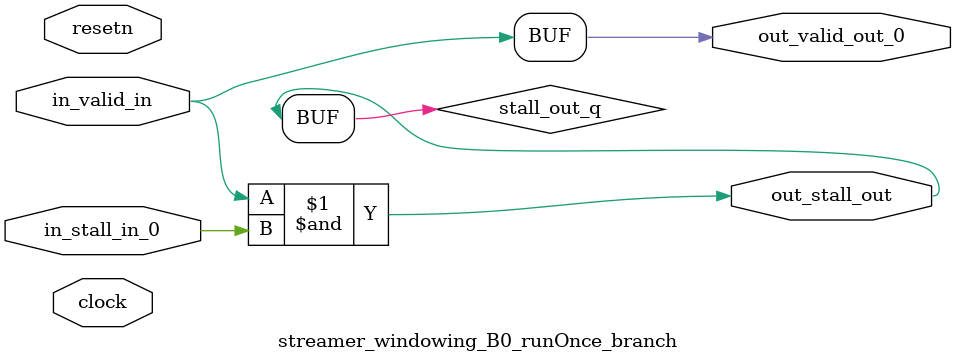
<source format=sv>



(* altera_attribute = "-name AUTO_SHIFT_REGISTER_RECOGNITION OFF; -name MESSAGE_DISABLE 10036; -name MESSAGE_DISABLE 10037; -name MESSAGE_DISABLE 14130; -name MESSAGE_DISABLE 14320; -name MESSAGE_DISABLE 15400; -name MESSAGE_DISABLE 14130; -name MESSAGE_DISABLE 10036; -name MESSAGE_DISABLE 12020; -name MESSAGE_DISABLE 12030; -name MESSAGE_DISABLE 12010; -name MESSAGE_DISABLE 12110; -name MESSAGE_DISABLE 14320; -name MESSAGE_DISABLE 13410; -name MESSAGE_DISABLE 113007; -name MESSAGE_DISABLE 10958" *)
module streamer_windowing_B0_runOnce_branch (
    input wire [0:0] in_stall_in_0,
    input wire [0:0] in_valid_in,
    output wire [0:0] out_stall_out,
    output wire [0:0] out_valid_out_0,
    input wire clock,
    input wire resetn
    );

    wire [0:0] stall_out_q;


    // stall_out(LOGICAL,6)
    assign stall_out_q = in_valid_in & in_stall_in_0;

    // out_stall_out(GPOUT,4)
    assign out_stall_out = stall_out_q;

    // out_valid_out_0(GPOUT,5)
    assign out_valid_out_0 = in_valid_in;

endmodule

</source>
